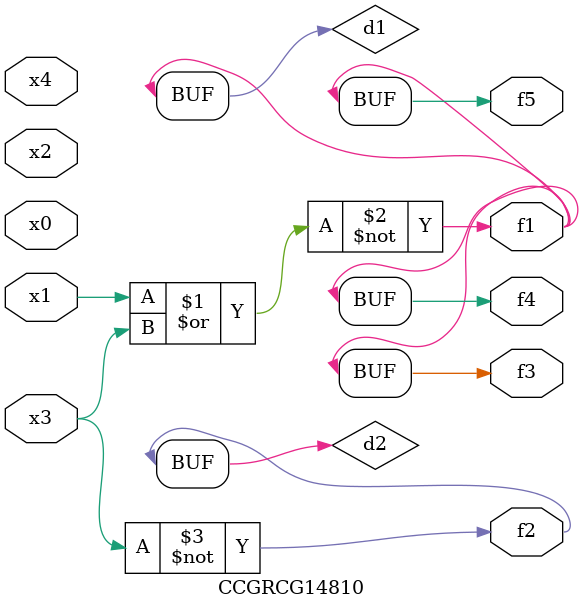
<source format=v>
module CCGRCG14810(
	input x0, x1, x2, x3, x4,
	output f1, f2, f3, f4, f5
);

	wire d1, d2;

	nor (d1, x1, x3);
	not (d2, x3);
	assign f1 = d1;
	assign f2 = d2;
	assign f3 = d1;
	assign f4 = d1;
	assign f5 = d1;
endmodule

</source>
